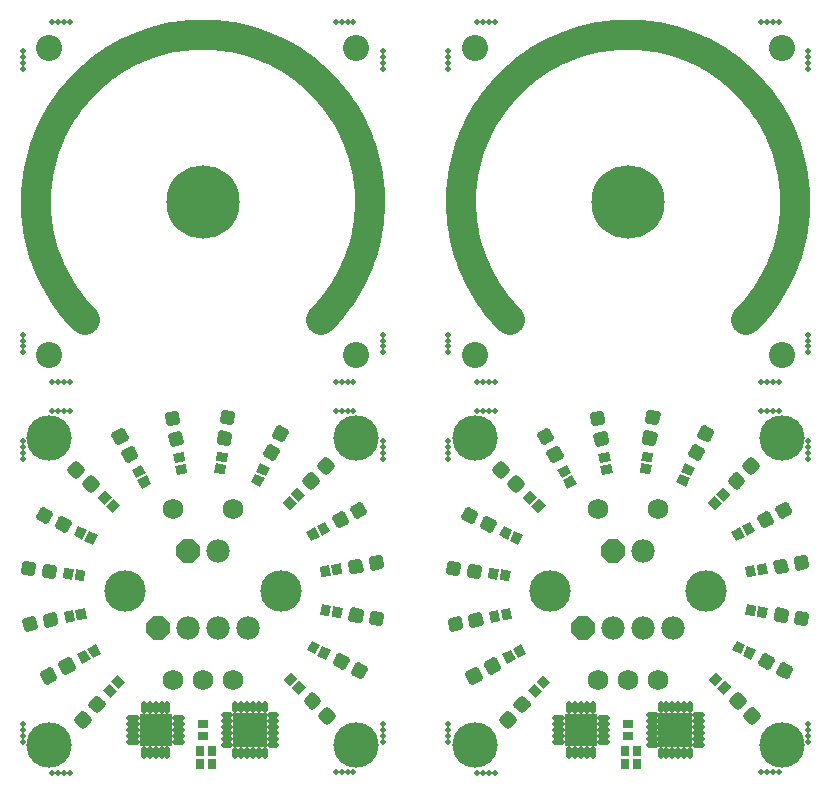
<source format=gbr>
G04 EAGLE Gerber RS-274X export*
G75*
%MOMM*%
%FSLAX34Y34*%
%LPD*%
%INSoldermask Top*%
%IPPOS*%
%AMOC8*
5,1,8,0,0,1.08239X$1,22.5*%
G01*
%ADD10C,0.503200*%
%ADD11C,6.203200*%
%ADD12C,2.203200*%
%ADD13C,2.540000*%
%ADD14P,2.144431X8X22.500000*%
%ADD15C,1.981200*%
%ADD16C,0.505344*%
%ADD17R,0.803200X0.903200*%
%ADD18C,1.727200*%
%ADD19C,3.505200*%
%ADD20C,0.473200*%
%ADD21R,2.903200X2.903200*%
%ADD22C,0.467200*%
%ADD23R,2.803200X2.803200*%
%ADD24R,0.903200X0.803200*%
%ADD25C,3.845200*%


D10*
X92500Y387500D03*
X97500Y387500D03*
X92500Y362500D03*
X97500Y362500D03*
X322500Y362500D03*
X327500Y362500D03*
X327500Y387500D03*
X322500Y387500D03*
X362500Y322500D03*
X362500Y332500D03*
X362500Y92500D03*
X362500Y97500D03*
X327500Y57500D03*
X322500Y57500D03*
X97500Y56250D03*
X92500Y56250D03*
X57500Y92500D03*
X57500Y97500D03*
X57500Y322500D03*
X57500Y327500D03*
X57500Y422500D03*
X57500Y427500D03*
X362500Y422500D03*
X362500Y427500D03*
X362500Y652500D03*
X362500Y657500D03*
X327500Y692500D03*
X322500Y692500D03*
X92500Y692500D03*
X97500Y692500D03*
X57500Y657500D03*
X57500Y652500D03*
D11*
X210000Y540000D03*
D12*
X80000Y670000D03*
X340000Y670000D03*
X340000Y410000D03*
X80000Y410000D03*
D13*
X110000Y440000D02*
X107589Y442471D01*
X105238Y445001D01*
X102950Y447587D01*
X100726Y450228D01*
X98567Y452922D01*
X96474Y455669D01*
X94449Y458466D01*
X92493Y461311D01*
X90607Y464203D01*
X88792Y467141D01*
X87049Y470122D01*
X85380Y473144D01*
X83785Y476207D01*
X82265Y479307D01*
X80821Y482444D01*
X79454Y485615D01*
X78166Y488818D01*
X76955Y492052D01*
X75824Y495314D01*
X74773Y498604D01*
X73803Y501917D01*
X72914Y505254D01*
X72106Y508611D01*
X71381Y511987D01*
X70739Y515380D01*
X70179Y518787D01*
X69703Y522207D01*
X69310Y525637D01*
X69002Y529076D01*
X68777Y532522D01*
X68636Y535972D01*
X68580Y539425D01*
X68608Y542877D01*
X68721Y546328D01*
X68917Y549776D01*
X69198Y553217D01*
X69563Y556651D01*
X70011Y560075D01*
X70543Y563486D01*
X71158Y566884D01*
X71856Y570266D01*
X72636Y573629D01*
X73498Y576973D01*
X74441Y580294D01*
X75465Y583592D01*
X76569Y586864D01*
X77753Y590107D01*
X79016Y593321D01*
X80357Y596503D01*
X81775Y599651D01*
X83270Y602764D01*
X84840Y605839D01*
X86484Y608875D01*
X88203Y611870D01*
X89994Y614822D01*
X91856Y617730D01*
X93789Y620591D01*
X95791Y623404D01*
X97862Y626168D01*
X99999Y628880D01*
X102201Y631539D01*
X104468Y634143D01*
X106798Y636692D01*
X109190Y639183D01*
X111641Y641614D01*
X114151Y643985D01*
X116719Y646294D01*
X119341Y648540D01*
X122018Y650721D01*
X124748Y652836D01*
X127528Y654884D01*
X130357Y656863D01*
X133234Y658773D01*
X136157Y660611D01*
X139123Y662378D01*
X142132Y664072D01*
X145182Y665692D01*
X148270Y667237D01*
X151394Y668706D01*
X154554Y670099D01*
X157747Y671414D01*
X160971Y672650D01*
X164224Y673808D01*
X167504Y674885D01*
X170810Y675883D01*
X174139Y676799D01*
X177490Y677634D01*
X180860Y678386D01*
X184247Y679056D01*
X187650Y679644D01*
X191065Y680148D01*
X194493Y680568D01*
X197929Y680905D01*
X201373Y681158D01*
X204822Y681326D01*
X208274Y681410D01*
X211726Y681410D01*
X215178Y681326D01*
X218627Y681158D01*
X222071Y680905D01*
X225507Y680568D01*
X228935Y680148D01*
X232350Y679644D01*
X235753Y679056D01*
X239140Y678386D01*
X242510Y677634D01*
X245861Y676799D01*
X249190Y675883D01*
X252496Y674885D01*
X255776Y673808D01*
X259029Y672650D01*
X262253Y671414D01*
X265446Y670099D01*
X268606Y668706D01*
X271730Y667237D01*
X274818Y665692D01*
X277868Y664072D01*
X280877Y662378D01*
X283843Y660611D01*
X286766Y658773D01*
X289643Y656863D01*
X292472Y654884D01*
X295252Y652836D01*
X297982Y650721D01*
X300659Y648540D01*
X303281Y646294D01*
X305849Y643985D01*
X308359Y641614D01*
X310810Y639183D01*
X313202Y636692D01*
X315532Y634143D01*
X317799Y631539D01*
X320001Y628880D01*
X322138Y626168D01*
X324209Y623404D01*
X326211Y620591D01*
X328144Y617730D01*
X330006Y614822D01*
X331797Y611870D01*
X333516Y608875D01*
X335160Y605839D01*
X336730Y602764D01*
X338225Y599651D01*
X339643Y596503D01*
X340984Y593321D01*
X342247Y590107D01*
X343431Y586864D01*
X344535Y583592D01*
X345559Y580294D01*
X346502Y576973D01*
X347364Y573629D01*
X348144Y570266D01*
X348842Y566884D01*
X349457Y563486D01*
X349989Y560075D01*
X350437Y556651D01*
X350802Y553217D01*
X351083Y549776D01*
X351279Y546328D01*
X351392Y542877D01*
X351420Y539425D01*
X351364Y535972D01*
X351223Y532522D01*
X350998Y529076D01*
X350690Y525637D01*
X350297Y522207D01*
X349821Y518787D01*
X349261Y515380D01*
X348619Y511987D01*
X347894Y508611D01*
X347086Y505254D01*
X346197Y501917D01*
X345227Y498604D01*
X344176Y495314D01*
X343045Y492052D01*
X341834Y488818D01*
X340546Y485615D01*
X339179Y482444D01*
X337735Y479307D01*
X336215Y476207D01*
X334620Y473144D01*
X332951Y470122D01*
X331208Y467141D01*
X329393Y464203D01*
X327507Y461311D01*
X325551Y458466D01*
X323526Y455669D01*
X321433Y452922D01*
X319274Y450228D01*
X317050Y447587D01*
X314762Y445001D01*
X312411Y442471D01*
X310000Y440000D01*
D10*
X57500Y332500D03*
X57500Y337500D03*
X87500Y362500D03*
X82500Y362500D03*
X87500Y387500D03*
X82500Y387500D03*
X57500Y417500D03*
X57500Y412500D03*
X57500Y662500D03*
X57500Y667500D03*
X87500Y692500D03*
X82500Y692500D03*
X332500Y692500D03*
X337500Y692500D03*
X362500Y662500D03*
X362500Y667500D03*
X362500Y417500D03*
X362500Y412500D03*
X362500Y327500D03*
X362500Y337500D03*
X362500Y87500D03*
X362500Y82500D03*
X332500Y57500D03*
X337500Y57500D03*
X87500Y56250D03*
X82500Y56250D03*
X57500Y87500D03*
X57500Y82500D03*
X332500Y362500D03*
X337500Y362500D03*
X332500Y387500D03*
X337500Y387500D03*
X452500Y387500D03*
X457500Y387500D03*
X452500Y362500D03*
X457500Y362500D03*
X682500Y362500D03*
X687500Y362500D03*
X687500Y387500D03*
X682500Y387500D03*
X722500Y322500D03*
X722500Y332500D03*
X722500Y92500D03*
X722500Y97500D03*
X687500Y57500D03*
X682500Y57500D03*
X457500Y56250D03*
X452500Y56250D03*
X417500Y92500D03*
X417500Y97500D03*
X417500Y322500D03*
X417500Y327500D03*
X417500Y422500D03*
X417500Y427500D03*
X722500Y422500D03*
X722500Y427500D03*
X722500Y652500D03*
X722500Y657500D03*
X687500Y692500D03*
X682500Y692500D03*
X452500Y692500D03*
X457500Y692500D03*
X417500Y657500D03*
X417500Y652500D03*
D11*
X570000Y540000D03*
D12*
X440000Y670000D03*
X700000Y670000D03*
X700000Y410000D03*
X440000Y410000D03*
D13*
X470000Y440000D02*
X467589Y442471D01*
X465238Y445001D01*
X462950Y447587D01*
X460726Y450228D01*
X458567Y452922D01*
X456474Y455669D01*
X454449Y458466D01*
X452493Y461311D01*
X450607Y464203D01*
X448792Y467141D01*
X447049Y470122D01*
X445380Y473144D01*
X443785Y476207D01*
X442265Y479307D01*
X440821Y482444D01*
X439454Y485615D01*
X438166Y488818D01*
X436955Y492052D01*
X435824Y495314D01*
X434773Y498604D01*
X433803Y501917D01*
X432914Y505254D01*
X432106Y508611D01*
X431381Y511987D01*
X430739Y515380D01*
X430179Y518787D01*
X429703Y522207D01*
X429310Y525637D01*
X429002Y529076D01*
X428777Y532522D01*
X428636Y535972D01*
X428580Y539425D01*
X428608Y542877D01*
X428721Y546328D01*
X428917Y549776D01*
X429198Y553217D01*
X429563Y556651D01*
X430011Y560075D01*
X430543Y563486D01*
X431158Y566884D01*
X431856Y570266D01*
X432636Y573629D01*
X433498Y576973D01*
X434441Y580294D01*
X435465Y583592D01*
X436569Y586864D01*
X437753Y590107D01*
X439016Y593321D01*
X440357Y596503D01*
X441775Y599651D01*
X443270Y602764D01*
X444840Y605839D01*
X446484Y608875D01*
X448203Y611870D01*
X449994Y614822D01*
X451856Y617730D01*
X453789Y620591D01*
X455791Y623404D01*
X457862Y626168D01*
X459999Y628880D01*
X462201Y631539D01*
X464468Y634143D01*
X466798Y636692D01*
X469190Y639183D01*
X471641Y641614D01*
X474151Y643985D01*
X476719Y646294D01*
X479341Y648540D01*
X482018Y650721D01*
X484748Y652836D01*
X487528Y654884D01*
X490357Y656863D01*
X493234Y658773D01*
X496157Y660611D01*
X499123Y662378D01*
X502132Y664072D01*
X505182Y665692D01*
X508270Y667237D01*
X511394Y668706D01*
X514554Y670099D01*
X517747Y671414D01*
X520971Y672650D01*
X524224Y673808D01*
X527504Y674885D01*
X530810Y675883D01*
X534139Y676799D01*
X537490Y677634D01*
X540860Y678386D01*
X544247Y679056D01*
X547650Y679644D01*
X551065Y680148D01*
X554493Y680568D01*
X557929Y680905D01*
X561373Y681158D01*
X564822Y681326D01*
X568274Y681410D01*
X571726Y681410D01*
X575178Y681326D01*
X578627Y681158D01*
X582071Y680905D01*
X585507Y680568D01*
X588935Y680148D01*
X592350Y679644D01*
X595753Y679056D01*
X599140Y678386D01*
X602510Y677634D01*
X605861Y676799D01*
X609190Y675883D01*
X612496Y674885D01*
X615776Y673808D01*
X619029Y672650D01*
X622253Y671414D01*
X625446Y670099D01*
X628606Y668706D01*
X631730Y667237D01*
X634818Y665692D01*
X637868Y664072D01*
X640877Y662378D01*
X643843Y660611D01*
X646766Y658773D01*
X649643Y656863D01*
X652472Y654884D01*
X655252Y652836D01*
X657982Y650721D01*
X660659Y648540D01*
X663281Y646294D01*
X665849Y643985D01*
X668359Y641614D01*
X670810Y639183D01*
X673202Y636692D01*
X675532Y634143D01*
X677799Y631539D01*
X680001Y628880D01*
X682138Y626168D01*
X684209Y623404D01*
X686211Y620591D01*
X688144Y617730D01*
X690006Y614822D01*
X691797Y611870D01*
X693516Y608875D01*
X695160Y605839D01*
X696730Y602764D01*
X698225Y599651D01*
X699643Y596503D01*
X700984Y593321D01*
X702247Y590107D01*
X703431Y586864D01*
X704535Y583592D01*
X705559Y580294D01*
X706502Y576973D01*
X707364Y573629D01*
X708144Y570266D01*
X708842Y566884D01*
X709457Y563486D01*
X709989Y560075D01*
X710437Y556651D01*
X710802Y553217D01*
X711083Y549776D01*
X711279Y546328D01*
X711392Y542877D01*
X711420Y539425D01*
X711364Y535972D01*
X711223Y532522D01*
X710998Y529076D01*
X710690Y525637D01*
X710297Y522207D01*
X709821Y518787D01*
X709261Y515380D01*
X708619Y511987D01*
X707894Y508611D01*
X707086Y505254D01*
X706197Y501917D01*
X705227Y498604D01*
X704176Y495314D01*
X703045Y492052D01*
X701834Y488818D01*
X700546Y485615D01*
X699179Y482444D01*
X697735Y479307D01*
X696215Y476207D01*
X694620Y473144D01*
X692951Y470122D01*
X691208Y467141D01*
X689393Y464203D01*
X687507Y461311D01*
X685551Y458466D01*
X683526Y455669D01*
X681433Y452922D01*
X679274Y450228D01*
X677050Y447587D01*
X674762Y445001D01*
X672411Y442471D01*
X670000Y440000D01*
D10*
X417500Y332500D03*
X417500Y337500D03*
X447500Y362500D03*
X442500Y362500D03*
X447500Y387500D03*
X442500Y387500D03*
X417500Y417500D03*
X417500Y412500D03*
X417500Y662500D03*
X417500Y667500D03*
X447500Y692500D03*
X442500Y692500D03*
X692500Y692500D03*
X697500Y692500D03*
X722500Y662500D03*
X722500Y667500D03*
X722500Y417500D03*
X722500Y412500D03*
X722500Y327500D03*
X722500Y337500D03*
X722500Y87500D03*
X722500Y82500D03*
X692500Y57500D03*
X697500Y57500D03*
X447500Y56250D03*
X442500Y56250D03*
X417500Y87500D03*
X417500Y82500D03*
X692500Y362500D03*
X697500Y362500D03*
X692500Y387500D03*
X697500Y387500D03*
D14*
X171900Y179450D03*
D15*
X197300Y179450D03*
X222700Y179450D03*
X248100Y179450D03*
D16*
X125233Y114367D02*
X120145Y119145D01*
X125233Y114367D02*
X120455Y109279D01*
X115367Y114057D01*
X120145Y119145D01*
X115388Y114079D02*
X124963Y114079D01*
X120428Y118879D02*
X119895Y118879D01*
X108139Y106359D02*
X113227Y101581D01*
X108449Y96493D01*
X103361Y101271D01*
X108139Y106359D01*
X103382Y101293D02*
X112957Y101293D01*
X108422Y106093D02*
X107889Y106093D01*
X263359Y326118D02*
X269616Y323025D01*
X263359Y326118D02*
X266452Y332375D01*
X272709Y329282D01*
X269616Y323025D01*
X271989Y327825D02*
X264203Y327825D01*
X271131Y341842D02*
X277388Y338749D01*
X271131Y341842D02*
X274224Y348099D01*
X280481Y345006D01*
X277388Y338749D01*
X279761Y343549D02*
X271975Y343549D01*
X296838Y303752D02*
X301824Y298868D01*
X296838Y303752D02*
X301722Y308738D01*
X306708Y303854D01*
X301824Y298868D01*
X306526Y303668D02*
X296924Y303668D01*
X301458Y308468D02*
X301998Y308468D01*
X309110Y316284D02*
X314096Y311400D01*
X309110Y316284D02*
X313994Y321270D01*
X318980Y316386D01*
X314096Y311400D01*
X318798Y316200D02*
X309196Y316200D01*
X313730Y321000D02*
X314270Y321000D01*
X321696Y272079D02*
X324919Y265888D01*
X321696Y272079D02*
X327887Y275302D01*
X331110Y269111D01*
X324919Y265888D01*
X322420Y270688D02*
X330289Y270688D01*
X340477Y273988D02*
X337254Y280179D01*
X343445Y283402D01*
X346668Y277211D01*
X340477Y273988D01*
X337978Y278788D02*
X345847Y278788D01*
X335465Y234246D02*
X336605Y227360D01*
X335465Y234246D02*
X342351Y235386D01*
X343491Y228500D01*
X336605Y227360D01*
X335810Y232160D02*
X342885Y232160D01*
X352769Y237110D02*
X353909Y230224D01*
X352769Y237110D02*
X359655Y238250D01*
X360795Y231364D01*
X353909Y230224D01*
X353114Y235024D02*
X360189Y235024D01*
X336790Y194027D02*
X335722Y187131D01*
X336790Y194027D02*
X343686Y192959D01*
X342618Y186063D01*
X335722Y187131D01*
X336300Y190863D02*
X343361Y190863D01*
X354124Y191343D02*
X353056Y184447D01*
X354124Y191343D02*
X361020Y190275D01*
X359952Y183379D01*
X353056Y184447D01*
X353634Y188179D02*
X360695Y188179D01*
X325525Y155373D02*
X322367Y149149D01*
X325525Y155373D02*
X331749Y152215D01*
X328591Y145991D01*
X322367Y149149D01*
X323200Y150791D02*
X331026Y150791D01*
X341167Y147437D02*
X338009Y141213D01*
X341167Y147437D02*
X347391Y144279D01*
X344233Y138055D01*
X338009Y141213D01*
X338842Y142855D02*
X346668Y142855D01*
X302794Y122141D02*
X297859Y117206D01*
X302794Y122141D02*
X307729Y117206D01*
X302794Y112271D01*
X297859Y117206D01*
X297994Y117071D02*
X307594Y117071D01*
X303064Y121871D02*
X302524Y121871D01*
X315196Y109739D02*
X310261Y104804D01*
X315196Y109739D02*
X320131Y104804D01*
X315196Y99869D01*
X310261Y104804D01*
X310396Y104669D02*
X319996Y104669D01*
X315466Y109469D02*
X314926Y109469D01*
X99688Y145489D02*
X96336Y151611D01*
X99688Y145489D02*
X93566Y142137D01*
X90214Y148259D01*
X96336Y151611D01*
X98895Y146937D02*
X90938Y146937D01*
X80950Y143187D02*
X84302Y137065D01*
X78180Y133713D01*
X74828Y139835D01*
X80950Y143187D01*
X83509Y138513D02*
X75552Y138513D01*
X85092Y183012D02*
X83808Y189872D01*
X85092Y183012D02*
X78232Y181728D01*
X76948Y188588D01*
X83808Y189872D01*
X84434Y186528D02*
X77334Y186528D01*
X66568Y186646D02*
X67852Y179786D01*
X60992Y178502D01*
X59708Y185362D01*
X66568Y186646D01*
X67194Y183302D02*
X60094Y183302D01*
X82897Y223214D02*
X83808Y230133D01*
X82897Y223214D02*
X75978Y224125D01*
X76889Y231044D01*
X83808Y230133D01*
X83529Y228014D02*
X76490Y228014D01*
X66418Y232423D02*
X65507Y225504D01*
X58588Y226415D01*
X59499Y233334D01*
X66418Y232423D01*
X66139Y230304D02*
X59100Y230304D01*
X93303Y262086D02*
X96330Y268375D01*
X93303Y262086D02*
X87014Y265113D01*
X90041Y271402D01*
X96330Y268375D01*
X95613Y266886D02*
X87867Y266886D01*
X77499Y269692D02*
X80526Y275981D01*
X77499Y269692D02*
X71210Y272719D01*
X74237Y279008D01*
X80526Y275981D01*
X79809Y274492D02*
X72063Y274492D01*
X115302Y295808D02*
X120133Y300845D01*
X115302Y295808D02*
X110265Y300639D01*
X115096Y305676D01*
X120133Y300845D01*
X119906Y300608D02*
X110297Y300608D01*
X114839Y305408D02*
X115375Y305408D01*
X107473Y312985D02*
X102642Y307948D01*
X97605Y312779D01*
X102436Y317816D01*
X107473Y312985D01*
X107246Y312748D02*
X97637Y312748D01*
X102179Y317548D02*
X102715Y317548D01*
X146701Y321011D02*
X152857Y324299D01*
X146701Y321011D02*
X143413Y327167D01*
X149569Y330455D01*
X152857Y324299D01*
X152049Y325811D02*
X144137Y325811D01*
X138439Y336483D02*
X144595Y339771D01*
X138439Y336483D02*
X135151Y342639D01*
X141307Y345927D01*
X144595Y339771D01*
X143787Y341283D02*
X135875Y341283D01*
X184382Y335193D02*
X191255Y336406D01*
X184382Y335193D02*
X183169Y342066D01*
X190042Y343279D01*
X191255Y336406D01*
X190622Y339993D02*
X183535Y339993D01*
X181336Y352467D02*
X188209Y353680D01*
X181336Y352467D02*
X180123Y359340D01*
X186996Y360553D01*
X188209Y353680D01*
X187576Y357267D02*
X180489Y357267D01*
X224605Y336949D02*
X231514Y335966D01*
X224605Y336949D02*
X225588Y343858D01*
X232497Y342875D01*
X231514Y335966D01*
X232197Y340766D02*
X225148Y340766D01*
X227077Y354315D02*
X233986Y353332D01*
X227077Y354315D02*
X228060Y361224D01*
X234969Y360241D01*
X233986Y353332D01*
X234669Y358132D02*
X227620Y358132D01*
D17*
G36*
X132187Y133523D02*
X137686Y139378D01*
X144269Y133197D01*
X138770Y127342D01*
X132187Y133523D01*
G37*
G36*
X125341Y126233D02*
X130840Y132088D01*
X137423Y125907D01*
X131924Y120052D01*
X125341Y126233D01*
G37*
G36*
X262264Y305773D02*
X258706Y298573D01*
X250610Y302575D01*
X254168Y309775D01*
X262264Y305773D01*
G37*
G36*
X266694Y314737D02*
X263136Y307537D01*
X255040Y311539D01*
X258598Y318739D01*
X266694Y314737D01*
G37*
G36*
X289467Y284764D02*
X283847Y279025D01*
X277395Y285344D01*
X283015Y291083D01*
X289467Y284764D01*
G37*
G36*
X296463Y291908D02*
X290843Y286169D01*
X284391Y292488D01*
X290011Y298227D01*
X296463Y291908D01*
G37*
G36*
X308783Y256332D02*
X301660Y252623D01*
X297489Y260634D01*
X304612Y264343D01*
X308783Y256332D01*
G37*
G36*
X317653Y260950D02*
X310530Y257241D01*
X306359Y265252D01*
X313482Y268961D01*
X317653Y260950D01*
G37*
G36*
X318297Y223303D02*
X310374Y221991D01*
X308899Y230901D01*
X316822Y232213D01*
X318297Y223303D01*
G37*
G36*
X328163Y224937D02*
X320240Y223625D01*
X318765Y232535D01*
X326688Y233847D01*
X328163Y224937D01*
G37*
G36*
X317056Y188954D02*
X309120Y190183D01*
X310502Y199108D01*
X318438Y197879D01*
X317056Y188954D01*
G37*
G36*
X326938Y187424D02*
X319002Y188653D01*
X320384Y197578D01*
X328320Y196349D01*
X326938Y187424D01*
G37*
G36*
X305198Y156693D02*
X298036Y160327D01*
X302122Y168381D01*
X309284Y164747D01*
X305198Y156693D01*
G37*
G36*
X314116Y152169D02*
X306954Y155803D01*
X311040Y163857D01*
X318202Y160223D01*
X314116Y152169D01*
G37*
G36*
X283893Y129721D02*
X278213Y135401D01*
X284599Y141787D01*
X290279Y136107D01*
X283893Y129721D01*
G37*
G36*
X290965Y122649D02*
X285285Y128329D01*
X291671Y134715D01*
X297351Y129035D01*
X290965Y122649D01*
G37*
G36*
X112255Y161524D02*
X119299Y165381D01*
X123637Y157460D01*
X116593Y153603D01*
X112255Y161524D01*
G37*
G36*
X103483Y156722D02*
X110527Y160579D01*
X114865Y152658D01*
X107821Y148801D01*
X103483Y156722D01*
G37*
G36*
X102023Y194338D02*
X109917Y195815D01*
X111579Y186938D01*
X103685Y185461D01*
X102023Y194338D01*
G37*
G36*
X92193Y192498D02*
X100087Y193975D01*
X101749Y185098D01*
X93855Y183621D01*
X92193Y192498D01*
G37*
G36*
X102506Y228706D02*
X110469Y227658D01*
X109290Y218704D01*
X101327Y219752D01*
X102506Y228706D01*
G37*
G36*
X92592Y230012D02*
X100555Y228964D01*
X99376Y220010D01*
X91413Y221058D01*
X92592Y230012D01*
G37*
G36*
X113664Y261215D02*
X120901Y257732D01*
X116984Y249595D01*
X109747Y253078D01*
X113664Y261215D01*
G37*
G36*
X104654Y265551D02*
X111891Y262068D01*
X107974Y253931D01*
X100737Y257414D01*
X104654Y265551D01*
G37*
G36*
X134376Y288644D02*
X140173Y283084D01*
X133922Y276566D01*
X128125Y282126D01*
X134376Y288644D01*
G37*
G36*
X127158Y295566D02*
X132955Y290006D01*
X126704Y283488D01*
X120907Y289048D01*
X127158Y295566D01*
G37*
G36*
X162593Y308269D02*
X166376Y301185D01*
X158409Y296931D01*
X154626Y304015D01*
X162593Y308269D01*
G37*
G36*
X157883Y317091D02*
X161666Y310007D01*
X153699Y305753D01*
X149916Y312837D01*
X157883Y317091D01*
G37*
G36*
X195517Y318144D02*
X196911Y310235D01*
X188017Y308666D01*
X186623Y316575D01*
X195517Y318144D01*
G37*
G36*
X193781Y327992D02*
X195175Y320083D01*
X186281Y318514D01*
X184887Y326423D01*
X193781Y327992D01*
G37*
G36*
X229878Y317285D02*
X228747Y309334D01*
X219806Y310607D01*
X220937Y318558D01*
X229878Y317285D01*
G37*
G36*
X231288Y327185D02*
X230157Y319234D01*
X221216Y320507D01*
X222347Y328458D01*
X231288Y327185D01*
G37*
D18*
X210000Y135070D03*
X235400Y279850D03*
D19*
X276040Y210000D03*
X143960Y210000D03*
D18*
X184600Y279850D03*
X235400Y135070D03*
X184600Y135070D03*
D20*
X266782Y80050D02*
X272180Y80050D01*
X272180Y85050D02*
X266782Y85050D01*
X266782Y90050D02*
X272180Y90050D01*
X272180Y95050D02*
X266782Y95050D01*
X266782Y100050D02*
X272180Y100050D01*
X272180Y105050D02*
X266782Y105050D01*
X262530Y109302D02*
X262530Y114700D01*
X257530Y114700D02*
X257530Y109302D01*
X252530Y109302D02*
X252530Y114700D01*
X247530Y114700D02*
X247530Y109302D01*
X242530Y109302D02*
X242530Y114700D01*
X237530Y114700D02*
X237530Y109302D01*
X233278Y105050D02*
X227880Y105050D01*
X227880Y100050D02*
X233278Y100050D01*
X233278Y95050D02*
X227880Y95050D01*
X227880Y90050D02*
X233278Y90050D01*
X233278Y85050D02*
X227880Y85050D01*
X227880Y80050D02*
X233278Y80050D01*
X237530Y75798D02*
X237530Y70400D01*
X242530Y70400D02*
X242530Y75798D01*
X247530Y75798D02*
X247530Y70400D01*
X252530Y70400D02*
X252530Y75798D01*
X257530Y75798D02*
X257530Y70400D01*
X262530Y70400D02*
X262530Y75798D01*
D21*
X250030Y92550D03*
D17*
X207540Y75000D03*
X217540Y75000D03*
X207540Y63750D03*
X217540Y63750D03*
D14*
X197300Y243970D03*
D15*
X222700Y243970D03*
D22*
X192259Y82550D02*
X186027Y82550D01*
X186027Y87550D02*
X192259Y87550D01*
X192259Y92550D02*
X186027Y92550D01*
X186027Y97550D02*
X192259Y97550D01*
X192259Y102550D02*
X186027Y102550D01*
X180020Y108557D02*
X180020Y114789D01*
X175020Y114789D02*
X175020Y108557D01*
X170020Y108557D02*
X170020Y114789D01*
X165020Y114789D02*
X165020Y108557D01*
X160020Y108557D02*
X160020Y114789D01*
X154013Y102550D02*
X147781Y102550D01*
X147781Y97550D02*
X154013Y97550D01*
X154013Y92550D02*
X147781Y92550D01*
X147781Y87550D02*
X154013Y87550D01*
X154013Y82550D02*
X147781Y82550D01*
X160020Y76543D02*
X160020Y70311D01*
X165020Y70311D02*
X165020Y76543D01*
X170020Y76543D02*
X170020Y70311D01*
X175020Y70311D02*
X175020Y76543D01*
X180020Y76543D02*
X180020Y70311D01*
D23*
X170020Y92550D03*
D24*
X209898Y97550D03*
X209898Y87550D03*
D25*
X80000Y80000D03*
X80000Y340000D03*
X340000Y340000D03*
X340000Y80000D03*
D14*
X531900Y179450D03*
D15*
X557300Y179450D03*
X582700Y179450D03*
X608100Y179450D03*
D16*
X485233Y114367D02*
X480145Y119145D01*
X485233Y114367D02*
X480455Y109279D01*
X475367Y114057D01*
X480145Y119145D01*
X475388Y114079D02*
X484963Y114079D01*
X480428Y118879D02*
X479895Y118879D01*
X468139Y106359D02*
X473227Y101581D01*
X468449Y96493D01*
X463361Y101271D01*
X468139Y106359D01*
X463382Y101293D02*
X472957Y101293D01*
X468422Y106093D02*
X467889Y106093D01*
X623359Y326118D02*
X629616Y323025D01*
X623359Y326118D02*
X626452Y332375D01*
X632709Y329282D01*
X629616Y323025D01*
X631989Y327825D02*
X624203Y327825D01*
X631131Y341842D02*
X637388Y338749D01*
X631131Y341842D02*
X634224Y348099D01*
X640481Y345006D01*
X637388Y338749D01*
X639761Y343549D02*
X631975Y343549D01*
X656838Y303752D02*
X661824Y298868D01*
X656838Y303752D02*
X661722Y308738D01*
X666708Y303854D01*
X661824Y298868D01*
X666526Y303668D02*
X656924Y303668D01*
X661458Y308468D02*
X661998Y308468D01*
X669110Y316284D02*
X674096Y311400D01*
X669110Y316284D02*
X673994Y321270D01*
X678980Y316386D01*
X674096Y311400D01*
X678798Y316200D02*
X669196Y316200D01*
X673730Y321000D02*
X674270Y321000D01*
X681696Y272079D02*
X684919Y265888D01*
X681696Y272079D02*
X687887Y275302D01*
X691110Y269111D01*
X684919Y265888D01*
X682420Y270688D02*
X690289Y270688D01*
X700477Y273988D02*
X697254Y280179D01*
X703445Y283402D01*
X706668Y277211D01*
X700477Y273988D01*
X697978Y278788D02*
X705847Y278788D01*
X695465Y234246D02*
X696605Y227360D01*
X695465Y234246D02*
X702351Y235386D01*
X703491Y228500D01*
X696605Y227360D01*
X695810Y232160D02*
X702885Y232160D01*
X712769Y237110D02*
X713909Y230224D01*
X712769Y237110D02*
X719655Y238250D01*
X720795Y231364D01*
X713909Y230224D01*
X713114Y235024D02*
X720189Y235024D01*
X696790Y194027D02*
X695722Y187131D01*
X696790Y194027D02*
X703686Y192959D01*
X702618Y186063D01*
X695722Y187131D01*
X696300Y190863D02*
X703361Y190863D01*
X714124Y191343D02*
X713056Y184447D01*
X714124Y191343D02*
X721020Y190275D01*
X719952Y183379D01*
X713056Y184447D01*
X713634Y188179D02*
X720695Y188179D01*
X685525Y155373D02*
X682367Y149149D01*
X685525Y155373D02*
X691749Y152215D01*
X688591Y145991D01*
X682367Y149149D01*
X683200Y150791D02*
X691026Y150791D01*
X701167Y147437D02*
X698009Y141213D01*
X701167Y147437D02*
X707391Y144279D01*
X704233Y138055D01*
X698009Y141213D01*
X698842Y142855D02*
X706668Y142855D01*
X662794Y122141D02*
X657859Y117206D01*
X662794Y122141D02*
X667729Y117206D01*
X662794Y112271D01*
X657859Y117206D01*
X657994Y117071D02*
X667594Y117071D01*
X663064Y121871D02*
X662524Y121871D01*
X675196Y109739D02*
X670261Y104804D01*
X675196Y109739D02*
X680131Y104804D01*
X675196Y99869D01*
X670261Y104804D01*
X670396Y104669D02*
X679996Y104669D01*
X675466Y109469D02*
X674926Y109469D01*
X459688Y145489D02*
X456336Y151611D01*
X459688Y145489D02*
X453566Y142137D01*
X450214Y148259D01*
X456336Y151611D01*
X458895Y146937D02*
X450938Y146937D01*
X440950Y143187D02*
X444302Y137065D01*
X438180Y133713D01*
X434828Y139835D01*
X440950Y143187D01*
X443509Y138513D02*
X435552Y138513D01*
X445092Y183012D02*
X443808Y189872D01*
X445092Y183012D02*
X438232Y181728D01*
X436948Y188588D01*
X443808Y189872D01*
X444434Y186528D02*
X437334Y186528D01*
X426568Y186646D02*
X427852Y179786D01*
X420992Y178502D01*
X419708Y185362D01*
X426568Y186646D01*
X427194Y183302D02*
X420094Y183302D01*
X442897Y223214D02*
X443808Y230133D01*
X442897Y223214D02*
X435978Y224125D01*
X436889Y231044D01*
X443808Y230133D01*
X443529Y228014D02*
X436490Y228014D01*
X426418Y232423D02*
X425507Y225504D01*
X418588Y226415D01*
X419499Y233334D01*
X426418Y232423D01*
X426139Y230304D02*
X419100Y230304D01*
X453303Y262086D02*
X456330Y268375D01*
X453303Y262086D02*
X447014Y265113D01*
X450041Y271402D01*
X456330Y268375D01*
X455613Y266886D02*
X447867Y266886D01*
X437499Y269692D02*
X440526Y275981D01*
X437499Y269692D02*
X431210Y272719D01*
X434237Y279008D01*
X440526Y275981D01*
X439809Y274492D02*
X432063Y274492D01*
X475302Y295808D02*
X480133Y300845D01*
X475302Y295808D02*
X470265Y300639D01*
X475096Y305676D01*
X480133Y300845D01*
X479906Y300608D02*
X470297Y300608D01*
X474839Y305408D02*
X475375Y305408D01*
X467473Y312985D02*
X462642Y307948D01*
X457605Y312779D01*
X462436Y317816D01*
X467473Y312985D01*
X467246Y312748D02*
X457637Y312748D01*
X462179Y317548D02*
X462715Y317548D01*
X506701Y321011D02*
X512857Y324299D01*
X506701Y321011D02*
X503413Y327167D01*
X509569Y330455D01*
X512857Y324299D01*
X512049Y325811D02*
X504137Y325811D01*
X498439Y336483D02*
X504595Y339771D01*
X498439Y336483D02*
X495151Y342639D01*
X501307Y345927D01*
X504595Y339771D01*
X503787Y341283D02*
X495875Y341283D01*
X544382Y335193D02*
X551255Y336406D01*
X544382Y335193D02*
X543169Y342066D01*
X550042Y343279D01*
X551255Y336406D01*
X550622Y339993D02*
X543535Y339993D01*
X541336Y352467D02*
X548209Y353680D01*
X541336Y352467D02*
X540123Y359340D01*
X546996Y360553D01*
X548209Y353680D01*
X547576Y357267D02*
X540489Y357267D01*
X584605Y336949D02*
X591514Y335966D01*
X584605Y336949D02*
X585588Y343858D01*
X592497Y342875D01*
X591514Y335966D01*
X592197Y340766D02*
X585148Y340766D01*
X587077Y354315D02*
X593986Y353332D01*
X587077Y354315D02*
X588060Y361224D01*
X594969Y360241D01*
X593986Y353332D01*
X594669Y358132D02*
X587620Y358132D01*
D17*
G36*
X492187Y133523D02*
X497686Y139378D01*
X504269Y133197D01*
X498770Y127342D01*
X492187Y133523D01*
G37*
G36*
X485341Y126233D02*
X490840Y132088D01*
X497423Y125907D01*
X491924Y120052D01*
X485341Y126233D01*
G37*
G36*
X622264Y305773D02*
X618706Y298573D01*
X610610Y302575D01*
X614168Y309775D01*
X622264Y305773D01*
G37*
G36*
X626694Y314737D02*
X623136Y307537D01*
X615040Y311539D01*
X618598Y318739D01*
X626694Y314737D01*
G37*
G36*
X649467Y284764D02*
X643847Y279025D01*
X637395Y285344D01*
X643015Y291083D01*
X649467Y284764D01*
G37*
G36*
X656463Y291908D02*
X650843Y286169D01*
X644391Y292488D01*
X650011Y298227D01*
X656463Y291908D01*
G37*
G36*
X668783Y256332D02*
X661660Y252623D01*
X657489Y260634D01*
X664612Y264343D01*
X668783Y256332D01*
G37*
G36*
X677653Y260950D02*
X670530Y257241D01*
X666359Y265252D01*
X673482Y268961D01*
X677653Y260950D01*
G37*
G36*
X678297Y223303D02*
X670374Y221991D01*
X668899Y230901D01*
X676822Y232213D01*
X678297Y223303D01*
G37*
G36*
X688163Y224937D02*
X680240Y223625D01*
X678765Y232535D01*
X686688Y233847D01*
X688163Y224937D01*
G37*
G36*
X677056Y188954D02*
X669120Y190183D01*
X670502Y199108D01*
X678438Y197879D01*
X677056Y188954D01*
G37*
G36*
X686938Y187424D02*
X679002Y188653D01*
X680384Y197578D01*
X688320Y196349D01*
X686938Y187424D01*
G37*
G36*
X665198Y156693D02*
X658036Y160327D01*
X662122Y168381D01*
X669284Y164747D01*
X665198Y156693D01*
G37*
G36*
X674116Y152169D02*
X666954Y155803D01*
X671040Y163857D01*
X678202Y160223D01*
X674116Y152169D01*
G37*
G36*
X643893Y129721D02*
X638213Y135401D01*
X644599Y141787D01*
X650279Y136107D01*
X643893Y129721D01*
G37*
G36*
X650965Y122649D02*
X645285Y128329D01*
X651671Y134715D01*
X657351Y129035D01*
X650965Y122649D01*
G37*
G36*
X472255Y161524D02*
X479299Y165381D01*
X483637Y157460D01*
X476593Y153603D01*
X472255Y161524D01*
G37*
G36*
X463483Y156722D02*
X470527Y160579D01*
X474865Y152658D01*
X467821Y148801D01*
X463483Y156722D01*
G37*
G36*
X462023Y194338D02*
X469917Y195815D01*
X471579Y186938D01*
X463685Y185461D01*
X462023Y194338D01*
G37*
G36*
X452193Y192498D02*
X460087Y193975D01*
X461749Y185098D01*
X453855Y183621D01*
X452193Y192498D01*
G37*
G36*
X462506Y228706D02*
X470469Y227658D01*
X469290Y218704D01*
X461327Y219752D01*
X462506Y228706D01*
G37*
G36*
X452592Y230012D02*
X460555Y228964D01*
X459376Y220010D01*
X451413Y221058D01*
X452592Y230012D01*
G37*
G36*
X473664Y261215D02*
X480901Y257732D01*
X476984Y249595D01*
X469747Y253078D01*
X473664Y261215D01*
G37*
G36*
X464654Y265551D02*
X471891Y262068D01*
X467974Y253931D01*
X460737Y257414D01*
X464654Y265551D01*
G37*
G36*
X494376Y288644D02*
X500173Y283084D01*
X493922Y276566D01*
X488125Y282126D01*
X494376Y288644D01*
G37*
G36*
X487158Y295566D02*
X492955Y290006D01*
X486704Y283488D01*
X480907Y289048D01*
X487158Y295566D01*
G37*
G36*
X522593Y308269D02*
X526376Y301185D01*
X518409Y296931D01*
X514626Y304015D01*
X522593Y308269D01*
G37*
G36*
X517883Y317091D02*
X521666Y310007D01*
X513699Y305753D01*
X509916Y312837D01*
X517883Y317091D01*
G37*
G36*
X555517Y318144D02*
X556911Y310235D01*
X548017Y308666D01*
X546623Y316575D01*
X555517Y318144D01*
G37*
G36*
X553781Y327992D02*
X555175Y320083D01*
X546281Y318514D01*
X544887Y326423D01*
X553781Y327992D01*
G37*
G36*
X589878Y317285D02*
X588747Y309334D01*
X579806Y310607D01*
X580937Y318558D01*
X589878Y317285D01*
G37*
G36*
X591288Y327185D02*
X590157Y319234D01*
X581216Y320507D01*
X582347Y328458D01*
X591288Y327185D01*
G37*
D18*
X570000Y135070D03*
X595400Y279850D03*
D19*
X636040Y210000D03*
X503960Y210000D03*
D18*
X544600Y279850D03*
X595400Y135070D03*
X544600Y135070D03*
D20*
X626782Y80050D02*
X632180Y80050D01*
X632180Y85050D02*
X626782Y85050D01*
X626782Y90050D02*
X632180Y90050D01*
X632180Y95050D02*
X626782Y95050D01*
X626782Y100050D02*
X632180Y100050D01*
X632180Y105050D02*
X626782Y105050D01*
X622530Y109302D02*
X622530Y114700D01*
X617530Y114700D02*
X617530Y109302D01*
X612530Y109302D02*
X612530Y114700D01*
X607530Y114700D02*
X607530Y109302D01*
X602530Y109302D02*
X602530Y114700D01*
X597530Y114700D02*
X597530Y109302D01*
X593278Y105050D02*
X587880Y105050D01*
X587880Y100050D02*
X593278Y100050D01*
X593278Y95050D02*
X587880Y95050D01*
X587880Y90050D02*
X593278Y90050D01*
X593278Y85050D02*
X587880Y85050D01*
X587880Y80050D02*
X593278Y80050D01*
X597530Y75798D02*
X597530Y70400D01*
X602530Y70400D02*
X602530Y75798D01*
X607530Y75798D02*
X607530Y70400D01*
X612530Y70400D02*
X612530Y75798D01*
X617530Y75798D02*
X617530Y70400D01*
X622530Y70400D02*
X622530Y75798D01*
D21*
X610030Y92550D03*
D17*
X567540Y75000D03*
X577540Y75000D03*
X567540Y63750D03*
X577540Y63750D03*
D14*
X557300Y243970D03*
D15*
X582700Y243970D03*
D22*
X552259Y82550D02*
X546027Y82550D01*
X546027Y87550D02*
X552259Y87550D01*
X552259Y92550D02*
X546027Y92550D01*
X546027Y97550D02*
X552259Y97550D01*
X552259Y102550D02*
X546027Y102550D01*
X540020Y108557D02*
X540020Y114789D01*
X535020Y114789D02*
X535020Y108557D01*
X530020Y108557D02*
X530020Y114789D01*
X525020Y114789D02*
X525020Y108557D01*
X520020Y108557D02*
X520020Y114789D01*
X514013Y102550D02*
X507781Y102550D01*
X507781Y97550D02*
X514013Y97550D01*
X514013Y92550D02*
X507781Y92550D01*
X507781Y87550D02*
X514013Y87550D01*
X514013Y82550D02*
X507781Y82550D01*
X520020Y76543D02*
X520020Y70311D01*
X525020Y70311D02*
X525020Y76543D01*
X530020Y76543D02*
X530020Y70311D01*
X535020Y70311D02*
X535020Y76543D01*
X540020Y76543D02*
X540020Y70311D01*
D23*
X530020Y92550D03*
D24*
X569898Y97550D03*
X569898Y87550D03*
D25*
X440000Y80000D03*
X440000Y340000D03*
X700000Y340000D03*
X700000Y80000D03*
M02*

</source>
